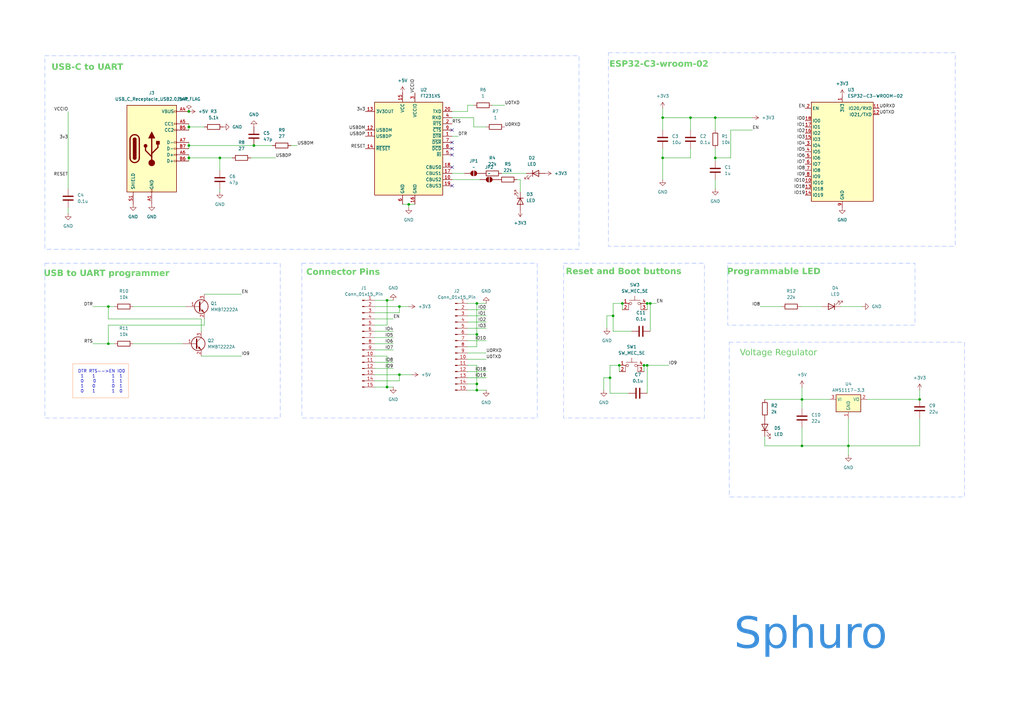
<source format=kicad_sch>
(kicad_sch (version 20231120) (generator "eeschema") (generator_version "8.0")
  (paper "A3")
  (title_block (title "Risk 5 based development board") (date "7/01/25"))
  (lib_symbols
    (symbol "Connector:Conn_01x15_Pin" (pin_names (offset 1.016) hide)
      (property "Reference" "J" (at 0 20.32 0))
      (property "Value" "Conn_01x15_Pin" (at 0 -20.32 0))
      (symbol "Conn_01x15_Pin_1_1"
        (polyline (pts (xy 1.27 -17.78) (xy 0.8636 -17.78)) (stroke (width 0.1524)))
        (polyline (pts (xy 1.27 -15.24) (xy 0.8636 -15.24)) (stroke (width 0.1524)))
        (polyline (pts (xy 1.27 -12.7) (xy 0.8636 -12.7)) (stroke (width 0.1524)))
        (polyline (pts (xy 1.27 -10.16) (xy 0.8636 -10.16)) (stroke (width 0.1524)))
        (polyline (pts (xy 1.27 -7.62) (xy 0.8636 -7.62)) (stroke (width 0.1524)))
        (polyline (pts (xy 1.27 -5.08) (xy 0.8636 -5.08)) (stroke (width 0.1524)))
        (polyline (pts (xy 1.27 -2.54) (xy 0.8636 -2.54)) (stroke (width 0.1524)))
        (polyline (pts (xy 1.27 0) (xy 0.8636 0)) (stroke (width 0.1524)))
        (polyline (pts (xy 1.27 2.54) (xy 0.8636 2.54)) (stroke (width 0.1524)))
        (polyline (pts (xy 1.27 5.08) (xy 0.8636 5.08)) (stroke (width 0.1524)))
        (polyline (pts (xy 1.27 7.62) (xy 0.8636 7.62)) (stroke (width 0.1524)))
        (polyline (pts (xy 1.27 10.16) (xy 0.8636 10.16)) (stroke (width 0.1524)))
        (polyline (pts (xy 1.27 12.7) (xy 0.8636 12.7)) (stroke (width 0.1524)))
        (polyline (pts (xy 1.27 15.24) (xy 0.8636 15.24)) (stroke (width 0.1524)))
        (polyline (pts (xy 1.27 17.78) (xy 0.8636 17.78)) (stroke (width 0.1524)))
        (rectangle (start 0.8636 -17.653) (end 0 -17.907) (stroke (width 0.1524)) (fill (type outline)))
        (rectangle (start 0.8636 -15.113) (end 0 -15.367) (stroke (width 0.1524)) (fill (type outline)))
        (rectangle (start 0.8636 -12.573) (end 0 -12.827) (stroke (width 0.1524)) (fill (type outline)))
        (rectangle (start 0.8636 -10.033) (end 0 -10.287) (stroke (width 0.1524)) (fill (type outline)))
        (rectangle (start 0.8636 -7.493) (end 0 -7.747) (stroke (width 0.1524)) (fill (type outline)))
        (rectangle (start 0.8636 -4.953) (end 0 -5.207) (stroke (width 0.1524)) (fill (type outline)))
        (rectangle (start 0.8636 -2.413) (end 0 -2.667) (stroke (width 0.1524)) (fill (type outline)))
        (rectangle (start 0.8636 0.127) (end 0 -0.127) (stroke (width 0.1524)) (fill (type outline)))
        (rectangle (start 0.8636 2.667) (end 0 2.413) (stroke (width 0.1524)) (fill (type outline)))
        (rectangle (start 0.8636 5.207) (end 0 4.953) (stroke (width 0.1524)) (fill (type outline)))
        (rectangle (start 0.8636 7.747) (end 0 7.493) (stroke (width 0.1524)) (fill (type outline)))
        (rectangle (start 0.8636 10.287) (end 0 10.033) (stroke (width 0.1524)) (fill (type outline)))
        (rectangle (start 0.8636 12.827) (end 0 12.573) (stroke (width 0.1524)) (fill (type outline)))
        (rectangle (start 0.8636 15.367) (end 0 15.113) (stroke (width 0.1524)) (fill (type outline)))
        (rectangle (start 0.8636 17.907) (end 0 17.653) (stroke (width 0.1524)) (fill (type outline)))
        (pin passive line (at 5.08 17.78 180) (length 3.81) (name "Pin_1") (number "1"))
        (pin passive line (at 5.08 -5.08 180) (length 3.81) (name "Pin_10") (number "10"))
        (pin passive line (at 5.08 -7.62 180) (length 3.81) (name "Pin_11") (number "11"))
        (pin passive line (at 5.08 -10.16 180) (length 3.81) (name "Pin_12") (number "12"))
        (pin passive line (at 5.08 -12.7 180) (length 3.81) (name "Pin_13") (number "13"))
        (pin passive line (at 5.08 -15.24 180) (length 3.81) (name "Pin_14") (number "14"))
        (pin passive line (at 5.08 -17.78 180) (length 3.81) (name "Pin_15") (number "15"))
        (pin passive line (at 5.08 15.24 180) (length 3.81) (name "Pin_2") (number "2"))
        (pin passive line (at 5.08 12.7 180) (length 3.81) (name "Pin_3") (number "3"))
        (pin passive line (at 5.08 10.16 180) (length 3.81) (name "Pin_4") (number "4"))
        (pin passive line (at 5.08 7.62 180) (length 3.81) (name "Pin_5") (number "5"))
        (pin passive line (at 5.08 5.08 180) (length 3.81) (name "Pin_6") (number "6"))
        (pin passive line (at 5.08 2.54 180) (length 3.81) (name "Pin_7") (number "7"))
        (pin passive line (at 5.08 0 180) (length 3.81) (name "Pin_8") (number "8"))
        (pin passive line (at 5.08 -2.54 180) (length 3.81) (name "Pin_9") (number "9"))
      )
    )
    (symbol "Connector:USB_C_Receptacle_USB2.0_14P" (pin_names (offset 1.016))
      (property "Reference" "J" (at 0 22.225 0))
      (property "Value" "USB_C_Receptacle_USB2.0_14P" (at 0 19.685 0))
      (symbol "USB_C_Receptacle_USB2.0_14P_0_0"
        (rectangle (start -0.254 -17.78) (end 0.254 -16.764))
        (rectangle (start 10.16 -4.826) (end 9.144 -5.334))
        (rectangle (start 10.16 -2.286) (end 9.144 -2.794))
        (rectangle (start 10.16 0.254) (end 9.144 -0.254))
        (rectangle (start 10.16 2.794) (end 9.144 2.286))
        (rectangle (start 10.16 7.874) (end 9.144 7.366))
        (rectangle (start 10.16 10.414) (end 9.144 9.906))
        (rectangle (start 10.16 15.494) (end 9.144 14.986))
      )
      (symbol "USB_C_Receptacle_USB2.0_14P_0_1"
        (rectangle (start -10.16 17.78) (end 10.16 -17.78) (stroke (width 0.254)) (fill (type background)))
        (arc (start -8.89 -3.81) (mid -6.985 -5.7067) (end -5.08 -3.81) (stroke (width 0.508)))
        (arc (start -7.62 -3.81) (mid -6.985 -4.4423) (end -6.35 -3.81) (stroke (width 0.254)))
        (arc (start -7.62 -3.81) (mid -6.985 -4.4423) (end -6.35 -3.81) (stroke (width 0.254)) (fill (type outline)))
        (rectangle (start -7.62 -3.81) (end -6.35 3.81) (stroke (width 0.254)) (fill (type outline)))
        (arc (start -6.35 3.81) (mid -6.985 4.4423) (end -7.62 3.81) (stroke (width 0.254)))
        (arc (start -6.35 3.81) (mid -6.985 4.4423) (end -7.62 3.81) (stroke (width 0.254)) (fill (type outline)))
        (arc (start -5.08 3.81) (mid -6.985 5.7067) (end -8.89 3.81) (stroke (width 0.508)))
        (circle (center -2.54 1.143) (radius 0.635) (stroke (width 0.254)) (fill (type outline)))
        (circle (center 0 -5.842) (radius 1.27) (fill (type outline)))
        (polyline (pts (xy -8.89 -3.81) (xy -8.89 3.81)) (stroke (width 0.508)))
        (polyline (pts (xy -5.08 3.81) (xy -5.08 -3.81)) (stroke (width 0.508)))
        (polyline (pts (xy 0 -5.842) (xy 0 4.318)) (stroke (width 0.508)))
        (polyline (pts (xy 0 -3.302) (xy -2.54 -0.762) (xy -2.54 0.508)) (stroke (width 0.508)))
        (polyline (pts (xy 0 -2.032) (xy 2.54 0.508) (xy 2.54 1.778)) (stroke (width 0.508)))
        (polyline (pts (xy -1.27 4.318) (xy 0 6.858) (xy 1.27 4.318) (xy -1.27 4.318)) (stroke (width 0.254)) (fill (type outline)))
        (rectangle (start 1.905 1.778) (end 3.175 3.048) (stroke (width 0.254)) (fill (type outline)))
      )
      (symbol "USB_C_Receptacle_USB2.0_14P_1_1"
        (pin passive line (at 0 -22.86 90) (length 5.08) (name "GND") (number "A1"))
        (pin passive line (at 0 -22.86 90) (length 5.08) hide (name "GND") (number "A12"))
        (pin passive line (at 15.24 15.24 180) (length 5.08) (name "VBUS") (number "A4"))
        (pin bidirectional line (at 15.24 10.16 180) (length 5.08) (name "CC1") (number "A5"))
        (pin bidirectional line (at 15.24 -2.54 180) (length 5.08) (name "D+") (number "A6"))
        (pin bidirectional line (at 15.24 2.54 180) (length 5.08) (name "D-") (number "A7"))
        (pin passive line (at 15.24 15.24 180) (length 5.08) hide (name "VBUS") (number "A9"))
        (pin passive line (at 0 -22.86 90) (length 5.08) hide (name "GND") (number "B1"))
        (pin passive line (at 0 -22.86 90) (length 5.08) hide (name "GND") (number "B12"))
        (pin passive line (at 15.24 15.24 180) (length 5.08) hide (name "VBUS") (number "B4"))
        (pin bidirectional line (at 15.24 7.62 180) (length 5.08) (name "CC2") (number "B5"))
        (pin bidirectional line (at 15.24 -5.08 180) (length 5.08) (name "D+") (number "B6"))
        (pin bidirectional line (at 15.24 0 180) (length 5.08) (name "D-") (number "B7"))
        (pin passive line (at 15.24 15.24 180) (length 5.08) hide (name "VBUS") (number "B9"))
        (pin passive line (at -7.62 -22.86 90) (length 5.08) (name "SHIELD") (number "S1"))
      )
    )
    (symbol "Device:C" (pin_numbers hide) (pin_names (offset 0.254))
      (property "Reference" "C" (at 0.635 2.54 0))
      (property "Value" "C" (at 0.635 -2.54 0))
      (symbol "C_0_1"
        (polyline (pts (xy -2.032 -0.762) (xy 2.032 -0.762)) (stroke (width 0.508)))
        (polyline (pts (xy -2.032 0.762) (xy 2.032 0.762)) (stroke (width 0.508)))
      )
      (symbol "C_1_1"
        (pin passive line (at 0 3.81 270) (length 2.794) (name "~") (number "1"))
        (pin passive line (at 0 -3.81 90) (length 2.794) (name "~") (number "2"))
      )
    )
    (symbol "Device:LED" (pin_numbers hide) (pin_names (offset 1.016) hide)
      (property "Reference" "D" (at 0 2.54 0))
      (property "Value" "LED" (at 0 -2.54 0))
      (symbol "LED_0_1"
        (polyline (pts (xy -1.27 -1.27) (xy -1.27 1.27)) (stroke (width 0.254)))
        (polyline (pts (xy -1.27 0) (xy 1.27 0)))
        (polyline (pts (xy 1.27 -1.27) (xy 1.27 1.27) (xy -1.27 0) (xy 1.27 -1.27)) (stroke (width 0.254)))
        (polyline (pts (xy -3.048 -0.762) (xy -4.572 -2.286) (xy -3.81 -2.286) (xy -4.572 -2.286) (xy -4.572 -1.524)))
        (polyline (pts (xy -1.778 -0.762) (xy -3.302 -2.286) (xy -2.54 -2.286) (xy -3.302 -2.286) (xy -3.302 -1.524)))
      )
      (symbol "LED_1_1"
        (pin passive line (at -3.81 0 0) (length 2.54) (name "K") (number "1"))
        (pin passive line (at 3.81 0 180) (length 2.54) (name "A") (number "2"))
      )
    )
    (symbol "Device:R" (pin_numbers hide) (pin_names (offset 0))
      (property "Reference" "R" (at 2.032 0 90))
      (property "Value" "R" (at 0 0 90))
      (symbol "R_0_1"
        (rectangle (start -1.016 -2.54) (end 1.016 2.54) (stroke (width 0.254)))
      )
      (symbol "R_1_1"
        (pin passive line (at 0 3.81 270) (length 1.27) (name "~") (number "1"))
        (pin passive line (at 0 -3.81 90) (length 1.27) (name "~") (number "2"))
      )
    )
    (symbol "Interface_USB:FT231XS"
      (property "Reference" "U" (at -13.97 20.32 0))
      (property "Value" "FT231XS" (at 7.62 20.32 0))
      (symbol "FT231XS_0_1"
        (rectangle (start -13.97 19.05) (end 13.97 -19.05) (stroke (width 0.254)) (fill (type background)))
      )
      (symbol "FT231XS_1_1"
        (pin output line (at 17.78 5.08 180) (length 3.81) (name "~{DTR}") (number "1"))
        (pin bidirectional line (at 17.78 -12.7 180) (length 3.81) (name "CBUS2") (number "10"))
        (pin bidirectional line (at -17.78 5.08 0) (length 3.81) (name "USBDP") (number "11"))
        (pin bidirectional line (at -17.78 7.62 0) (length 3.81) (name "USBDM") (number "12"))
        (pin power_out line (at -17.78 15.24 0) (length 3.81) (name "3V3OUT") (number "13"))
        (pin input line (at -17.78 0 0) (length 3.81) (name "~{RESET}") (number "14"))
        (pin power_in line (at -2.54 22.86 270) (length 3.81) (name "VCC") (number "15"))
        (pin power_in line (at 2.54 -22.86 90) (length 3.81) (name "GND") (number "16"))
        (pin bidirectional line (at 17.78 -10.16 180) (length 3.81) (name "CBUS1") (number "17"))
        (pin bidirectional line (at 17.78 -7.62 180) (length 3.81) (name "CBUS0") (number "18"))
        (pin bidirectional line (at 17.78 -15.24 180) (length 3.81) (name "CBUS3") (number "19"))
        (pin output line (at 17.78 10.16 180) (length 3.81) (name "~{RTS}") (number "2"))
        (pin output line (at 17.78 15.24 180) (length 3.81) (name "TXD") (number "20"))
        (pin power_in line (at 2.54 22.86 270) (length 3.81) (name "VCCIO") (number "3"))
        (pin input line (at 17.78 12.7 180) (length 3.81) (name "RXD") (number "4"))
        (pin input line (at 17.78 -2.54 180) (length 3.81) (name "~{RI}") (number "5"))
        (pin power_in line (at -2.54 -22.86 90) (length 3.81) (name "GND") (number "6"))
        (pin input line (at 17.78 2.54 180) (length 3.81) (name "~{DSR}") (number "7"))
        (pin input line (at 17.78 0 180) (length 3.81) (name "~{DCD}") (number "8"))
        (pin input line (at 17.78 7.62 180) (length 3.81) (name "~{CTS}") (number "9"))
      )
    )
    (symbol "Jumper:SolderJumper_2_Open" (pin_numbers hide) (pin_names (offset 0) hide) (exclude_from_sim yes) (in_bom no)
      (property "Reference" "JP" (at 0 2.032 0))
      (property "Value" "SolderJumper_2_Open" (at 0 -2.54 0))
      (symbol "SolderJumper_2_Open_0_1"
        (arc (start -0.254 1.016) (mid -1.2656 0) (end -0.254 -1.016))
        (arc (start -0.254 1.016) (mid -1.2656 0) (end -0.254 -1.016) (fill (type outline)))
        (polyline (pts (xy -0.254 1.016) (xy -0.254 -1.016)))
        (polyline (pts (xy 0.254 1.016) (xy 0.254 -1.016)))
        (arc (start 0.254 -1.016) (mid 1.2656 0) (end 0.254 1.016))
        (arc (start 0.254 -1.016) (mid 1.2656 0) (end 0.254 1.016) (fill (type outline)))
      )
      (symbol "SolderJumper_2_Open_1_1"
        (pin passive line (at -3.81 0 0) (length 2.54) (name "A") (number "1"))
        (pin passive line (at 3.81 0 180) (length 2.54) (name "B") (number "2"))
      )
    )
    (symbol "RF_Module:ESP32-C3-WROOM-02"
      (property "Reference" "U" (at -12.192 21.336 0))
      (property "Value" "ESP32-C3-WROOM-02" (at 12.192 21.336 0))
      (symbol "ESP32-C3-WROOM-02_1_1"
        (rectangle (start -12.7 20.32) (end 12.7 -20.32) (stroke (width 0.254)) (fill (type background)))
        (pin power_in line (at 0 22.86 270) (length 2.54) (name "3V3") (number "1"))
        (pin bidirectional line (at -15.24 -12.7 0) (length 2.54) (name "IO10") (number "10"))
        (pin bidirectional line (at 15.24 17.78 180) (length 2.54) (name "IO20/RXD") (number "11"))
        (pin bidirectional line (at 15.24 15.24 180) (length 2.54) (name "IO21/TXD") (number "12"))
        (pin bidirectional line (at -15.24 -15.24 0) (length 2.54) (name "IO18") (number "13"))
        (pin bidirectional line (at -15.24 -17.78 0) (length 2.54) (name "IO19") (number "14"))
        (pin bidirectional line (at -15.24 5.08 0) (length 2.54) (name "IO3") (number "15"))
        (pin bidirectional line (at -15.24 7.62 0) (length 2.54) (name "IO2") (number "16"))
        (pin bidirectional line (at -15.24 10.16 0) (length 2.54) (name "IO1") (number "17"))
        (pin bidirectional line (at -15.24 12.7 0) (length 2.54) (name "IO0") (number "18"))
        (pin passive line (at 0 -22.86 90) (length 2.54) hide (name "GND") (number "19"))
        (pin input line (at -15.24 17.78 0) (length 2.54) (name "EN") (number "2"))
        (pin bidirectional line (at -15.24 2.54 0) (length 2.54) (name "IO4") (number "3"))
        (pin bidirectional line (at -15.24 0 0) (length 2.54) (name "IO5") (number "4"))
        (pin bidirectional line (at -15.24 -2.54 0) (length 2.54) (name "IO6") (number "5"))
        (pin bidirectional line (at -15.24 -5.08 0) (length 2.54) (name "IO7") (number "6"))
        (pin bidirectional line (at -15.24 -7.62 0) (length 2.54) (name "IO8") (number "7"))
        (pin bidirectional line (at -15.24 -10.16 0) (length 2.54) (name "IO9") (number "8"))
        (pin power_in line (at 0 -22.86 90) (length 2.54) (name "GND") (number "9"))
      )
    )
    (symbol "Regulator_Linear:AMS1117-3.3"
      (property "Reference" "U" (at -3.81 3.175 0))
      (property "Value" "AMS1117-3.3" (at 0 3.175 0))
      (symbol "AMS1117-3.3_0_1"
        (rectangle (start -5.08 -5.08) (end 5.08 1.905) (stroke (width 0.254)) (fill (type background)))
      )
      (symbol "AMS1117-3.3_1_1"
        (pin power_in line (at 0 -7.62 90) (length 2.54) (name "GND") (number "1"))
        (pin power_out line (at 7.62 0 180) (length 2.54) (name "VO") (number "2"))
        (pin power_in line (at -7.62 0 0) (length 2.54) (name "VI") (number "3"))
      )
    )
    (symbol "Switch:SW_MEC_5E" (pin_names (offset 1.016) hide)
      (property "Reference" "SW" (at 0.635 5.715 0))
      (property "Value" "SW_MEC_5E" (at 0 -3.175 0))
      (symbol "SW_MEC_5E_0_1"
        (circle (center -1.778 2.54) (radius 0.508))
        (polyline (pts (xy -2.286 3.81) (xy 2.286 3.81)))
        (polyline (pts (xy 0 3.81) (xy 0 5.588)))
        (polyline (pts (xy -2.54 0) (xy -2.54 2.54) (xy -2.286 2.54)))
        (polyline (pts (xy 2.54 0) (xy 2.54 2.54) (xy 2.286 2.54)))
        (circle (center 1.778 2.54) (radius 0.508))
        (pin passive line (at -5.08 2.54 0) (length 2.54) (name "1") (number "1"))
        (pin passive line (at -5.08 0 0) (length 2.54) (name "2") (number "2"))
        (pin passive line (at 5.08 0 180) (length 2.54) (name "K") (number "3"))
        (pin passive line (at 5.08 2.54 180) (length 2.54) (name "A") (number "4"))
      )
    )
    (symbol "Transistor_BJT:MMBT2222A" (pin_names (offset 0) hide)
      (property "Reference" "Q" (at 5.08 1.905 0))
      (property "Value" "MMBT2222A" (at 5.08 0 0))
      (symbol "MMBT2222A_0_1"
        (polyline (pts (xy 0.635 0.635) (xy 2.54 2.54)))
        (polyline (pts (xy 0.635 -0.635) (xy 2.54 -2.54) (xy 2.54 -2.54)))
        (polyline (pts (xy 0.635 1.905) (xy 0.635 -1.905) (xy 0.635 -1.905)) (stroke (width 0.508)))
        (polyline (pts (xy 1.27 -1.778) (xy 1.778 -1.27) (xy 2.286 -2.286) (xy 1.27 -1.778) (xy 1.27 -1.778)) (fill (type outline)))
        (circle (center 1.27 0) (radius 2.8194) (stroke (width 0.254)))
      )
      (symbol "MMBT2222A_1_1"
        (pin input line (at -5.08 0 0) (length 5.715) (name "B") (number "1"))
        (pin passive line (at 2.54 -5.08 90) (length 2.54) (name "E") (number "2"))
        (pin passive line (at 2.54 5.08 270) (length 2.54) (name "C") (number "3"))
      )
    )
    (symbol "power:+3V3" (power) (pin_numbers hide) (pin_names (offset 0) hide)
      (property "Value" "+3V3" (at 0 3.556 0))
      (symbol "+3V3_0_1"
        (polyline (pts (xy -0.762 1.27) (xy 0 2.54)))
        (polyline (pts (xy 0 0) (xy 0 2.54)))
        (polyline (pts (xy 0 2.54) (xy 0.762 1.27)))
      )
      (symbol "+3V3_1_1"
        (pin power_in line (at 0 0 90) (length 0) (name "~") (number "1"))
      )
    )
    (symbol "power:+5V" (power) (pin_numbers hide) (pin_names (offset 0) hide)
      (property "Value" "+5V" (at 0 3.556 0))
      (symbol "+5V_0_1"
        (polyline (pts (xy -0.762 1.27) (xy 0 2.54)))
        (polyline (pts (xy 0 0) (xy 0 2.54)))
        (polyline (pts (xy 0 2.54) (xy 0.762 1.27)))
      )
      (symbol "+5V_1_1"
        (pin power_in line (at 0 0 90) (length 0) (name "~") (number "1"))
      )
    )
    (symbol "power:GND" (power) (pin_numbers hide) (pin_names (offset 0) hide)
      (property "Value" "GND" (at 0 -3.81 0))
      (symbol "GND_0_1"
        (polyline (pts (xy 0 0) (xy 0 -1.27) (xy 1.27 -1.27) (xy 0 -2.54) (xy -1.27 -1.27) (xy 0 -1.27)))
      )
      (symbol "GND_1_1"
        (pin power_in line (at 0 0 270) (length 0) (name "~") (number "1"))
      )
    )
    (symbol "power:PWR_FLAG" (power) (pin_numbers hide) (pin_names (offset 0) hide)
      (property "Value" "PWR_FLAG" (at 0 3.81 0))
      (symbol "PWR_FLAG_0_0"
        (pin power_out line (at 0 0 90) (length 0) (name "~") (number "1"))
      )
      (symbol "PWR_FLAG_0_1"
        (polyline (pts (xy 0 0) (xy 0 1.27) (xy -1.016 1.905) (xy 0 2.54) (xy 1.016 1.905) (xy 0 1.27)))
      )
    )
  )
  (junction (at 266.7 124.46))
  (junction (at 251.46 129.54))
  (junction (at 255.27 124.46))
  (junction (at 77.47 52.07))
  (junction (at 163.83 125.73))
  (junction (at 195.58 157.48))
  (junction (at 328.93 163.83))
  (junction (at 347.98 182.88))
  (junction (at 250.19 154.94))
  (junction (at 77.47 45.72))
  (junction (at 293.37 48.26))
  (junction (at 271.78 48.26))
  (junction (at 328.93 182.88))
  (junction (at 104.14 59.69))
  (junction (at 293.37 64.77))
  (junction (at 264.16 149.86))
  (junction (at 158.75 123.19))
  (junction (at 195.58 137.16))
  (junction (at 254 149.86))
  (junction (at 77.47 59.69))
  (junction (at 195.58 160.02))
  (junction (at 167.64 83.82))
  (junction (at 265.43 149.86))
  (junction (at 265.43 124.46))
  (junction (at 377.19 163.83))
  (junction (at 77.47 64.77))
  (junction (at 271.78 64.77))
  (junction (at 90.17 64.77))
  (junction (at 195.58 124.46))
  (junction (at 44.45 125.73))
  (junction (at 158.75 158.75))
  (junction (at 44.45 140.97))
  (junction (at 283.21 48.26))
  (junction (at 163.83 153.67))
  (no_connect (at 185.42 58.42))
  (no_connect (at 185.42 60.96))
  (no_connect (at 185.42 76.2))
  (no_connect (at 185.42 53.34))
  (no_connect (at 185.42 68.58))
  (no_connect (at 185.42 63.5))
  (wire (pts (xy 191.77 139.7) (xy 199.39 139.7)))
  (wire (pts (xy 255.27 124.46) (xy 251.46 124.46)))
  (wire (pts (xy 153.67 130.81) (xy 161.29 130.81)))
  (wire (pts (xy 153.67 148.59) (xy 161.29 148.59)))
  (wire (pts (xy 250.19 161.29) (xy 257.81 161.29)))
  (wire (pts (xy 195.58 157.48) (xy 195.58 160.02)))
  (wire (pts (xy 153.67 128.27) (xy 163.83 128.27)))
  (wire (pts (xy 347.98 182.88) (xy 347.98 186.69)))
  (wire (pts (xy 195.58 160.02) (xy 199.39 160.02)))
  (wire (pts (xy 293.37 60.96) (xy 293.37 64.77)))
  (wire (pts (xy 44.45 130.81) (xy 82.55 130.81)))
  (wire (pts (xy 44.45 140.97) (xy 46.99 140.97)))
  (wire (pts (xy 77.47 59.69) (xy 104.14 59.69)))
  (wire (pts (xy 77.47 64.77) (xy 90.17 64.77)))
  (wire (pts (xy 77.47 50.8) (xy 77.47 52.07)))
  (wire (pts (xy 191.77 45.72) (xy 191.77 43.18)))
  (wire (pts (xy 313.69 163.83) (xy 328.93 163.83)))
  (wire (pts (xy 38.1 125.73) (xy 44.45 125.73)))
  (wire (pts (xy 328.93 182.88) (xy 347.98 182.88)))
  (wire (pts (xy 195.58 149.86) (xy 195.58 157.48)))
  (wire (pts (xy 27.94 85.09) (xy 27.94 87.63)))
  (wire (pts (xy 153.67 153.67) (xy 163.83 153.67)))
  (wire (pts (xy 191.77 134.62) (xy 199.39 134.62)))
  (wire (pts (xy 158.75 123.19) (xy 158.75 133.35)))
  (wire (pts (xy 191.77 157.48) (xy 195.58 157.48)))
  (wire (pts (xy 191.77 160.02) (xy 195.58 160.02)))
  (wire (pts (xy 27.94 45.72) (xy 27.94 77.47)))
  (wire (pts (xy 266.7 124.46) (xy 266.7 135.89)))
  (wire (pts (xy 264.16 149.86) (xy 265.43 149.86)))
  (wire (pts (xy 191.77 124.46) (xy 195.58 124.46)))
  (wire (pts (xy 191.77 152.4) (xy 199.39 152.4)))
  (wire (pts (xy 293.37 64.77) (xy 293.37 66.04)))
  (wire (pts (xy 163.83 153.67) (xy 168.91 153.67)))
  (wire (pts (xy 264.16 149.86) (xy 264.16 152.4)))
  (wire (pts (xy 82.55 130.81) (xy 82.55 135.89)))
  (wire (pts (xy 119.38 59.69) (xy 121.92 59.69)))
  (wire (pts (xy 191.77 43.18) (xy 194.31 43.18)))
  (wire (pts (xy 247.65 154.94) (xy 247.65 160.02)))
  (wire (pts (xy 194.31 52.07) (xy 199.39 52.07)))
  (wire (pts (xy 271.78 64.77) (xy 271.78 73.66)))
  (wire (pts (xy 104.14 59.69) (xy 111.76 59.69)))
  (wire (pts (xy 77.47 64.77) (xy 77.47 66.04)))
  (wire (pts (xy 283.21 60.96) (xy 283.21 64.77)))
  (wire (pts (xy 167.64 83.82) (xy 167.64 85.09)))
  (wire (pts (xy 212.09 73.66) (xy 213.36 73.66)))
  (wire (pts (xy 251.46 129.54) (xy 248.92 129.54)))
  (wire (pts (xy 191.77 129.54) (xy 199.39 129.54)))
  (wire (pts (xy 377.19 160.02) (xy 377.19 163.83)))
  (wire (pts (xy 77.47 52.07) (xy 83.82 52.07)))
  (wire (pts (xy 90.17 64.77) (xy 95.25 64.77)))
  (wire (pts (xy 153.67 135.89) (xy 161.29 135.89)))
  (wire (pts (xy 153.67 133.35) (xy 158.75 133.35)))
  (wire (pts (xy 265.43 124.46) (xy 266.7 124.46)))
  (wire (pts (xy 328.295 125.73) (xy 337.185 125.73)))
  (wire (pts (xy 250.19 161.29) (xy 250.19 154.94)))
  (wire (pts (xy 344.805 125.73) (xy 353.695 125.73)))
  (wire (pts (xy 158.75 146.05) (xy 158.75 158.75)))
  (wire (pts (xy 347.98 171.45) (xy 347.98 182.88)))
  (wire (pts (xy 185.42 48.26) (xy 194.31 48.26)))
  (wire (pts (xy 311.785 125.73) (xy 320.675 125.73)))
  (wire (pts (xy 153.67 125.73) (xy 163.83 125.73)))
  (wire (pts (xy 191.77 127) (xy 199.39 127)))
  (wire (pts (xy 163.83 128.27) (xy 163.83 125.73)))
  (wire (pts (xy 191.77 154.94) (xy 199.39 154.94)))
  (wire (pts (xy 265.43 149.86) (xy 265.43 161.29)))
  (wire (pts (xy 271.78 64.77) (xy 283.21 64.77)))
  (wire (pts (xy 165.1 83.82) (xy 167.64 83.82)))
  (wire (pts (xy 190.5 71.12) (xy 185.42 71.12)))
  (wire (pts (xy 191.77 142.24) (xy 195.58 142.24)))
  (wire (pts (xy 185.42 45.72) (xy 191.77 45.72)))
  (wire (pts (xy 54.61 125.73) (xy 76.2 125.73)))
  (wire (pts (xy 328.93 163.83) (xy 328.93 167.64)))
  (wire (pts (xy 265.43 124.46) (xy 265.43 127)))
  (wire (pts (xy 191.77 144.78) (xy 199.39 144.78)))
  (wire (pts (xy 293.37 48.26) (xy 293.37 53.34)))
  (wire (pts (xy 153.67 138.43) (xy 161.29 138.43)))
  (wire (pts (xy 153.67 140.97) (xy 161.29 140.97)))
  (wire (pts (xy 158.75 123.19) (xy 161.29 123.19)))
  (wire (pts (xy 77.47 58.42) (xy 77.47 59.69)))
  (wire (pts (xy 167.64 83.82) (xy 170.18 83.82)))
  (wire (pts (xy 195.58 124.46) (xy 199.39 124.46)))
  (wire (pts (xy 82.55 146.05) (xy 99.06 146.05)))
  (wire (pts (xy 283.21 48.26) (xy 293.37 48.26)))
  (wire (pts (xy 293.37 73.66) (xy 293.37 77.47)))
  (wire (pts (xy 195.58 124.46) (xy 195.58 137.16)))
  (wire (pts (xy 254 149.86) (xy 254 152.4)))
  (wire (pts (xy 271.78 53.34) (xy 271.78 48.26)))
  (wire (pts (xy 271.78 48.26) (xy 283.21 48.26)))
  (wire (pts (xy 77.47 63.5) (xy 77.47 64.77)))
  (wire (pts (xy 83.82 120.65) (xy 99.06 120.65)))
  (wire (pts (xy 191.77 149.86) (xy 195.58 149.86)))
  (wire (pts (xy 158.75 158.75) (xy 161.29 158.75)))
  (wire (pts (xy 163.83 153.67) (xy 163.83 156.21)))
  (wire (pts (xy 250.19 154.94) (xy 247.65 154.94)))
  (wire (pts (xy 293.37 48.26) (xy 308.61 48.26)))
  (wire (pts (xy 153.67 158.75) (xy 158.75 158.75)))
  (wire (pts (xy 44.45 125.73) (xy 46.99 125.73)))
  (wire (pts (xy 44.45 140.97) (xy 44.45 133.35)))
  (wire (pts (xy 90.17 77.47) (xy 90.17 78.74)))
  (wire (pts (xy 313.69 182.88) (xy 328.93 182.88)))
  (wire (pts (xy 201.93 43.18) (xy 207.01 43.18)))
  (wire (pts (xy 266.7 124.46) (xy 269.24 124.46)))
  (wire (pts (xy 248.92 129.54) (xy 248.92 134.62)))
  (wire (pts (xy 44.45 133.35) (xy 83.82 133.35)))
  (wire (pts (xy 153.67 123.19) (xy 158.75 123.19)))
  (wire (pts (xy 90.17 64.77) (xy 90.17 69.85)))
  (wire (pts (xy 205.74 71.12) (xy 215.9 71.12)))
  (wire (pts (xy 185.42 73.66) (xy 196.85 73.66)))
  (wire (pts (xy 271.78 60.96) (xy 271.78 64.77)))
  (wire (pts (xy 255.27 124.46) (xy 255.27 127)))
  (wire (pts (xy 328.93 158.75) (xy 328.93 163.83)))
  (wire (pts (xy 153.67 146.05) (xy 158.75 146.05)))
  (wire (pts (xy 163.83 125.73) (xy 167.64 125.73)))
  (wire (pts (xy 347.98 182.88) (xy 377.19 182.88)))
  (wire (pts (xy 194.31 48.26) (xy 194.31 52.07)))
  (wire (pts (xy 299.72 53.34) (xy 299.72 64.77)))
  (wire (pts (xy 83.82 130.81) (xy 83.82 133.35)))
  (wire (pts (xy 191.77 147.32) (xy 199.39 147.32)))
  (wire (pts (xy 328.93 175.26) (xy 328.93 182.88)))
  (wire (pts (xy 313.69 179.07) (xy 313.69 182.88)))
  (wire (pts (xy 271.78 44.45) (xy 271.78 48.26)))
  (wire (pts (xy 102.87 64.77) (xy 113.03 64.77)))
  (wire (pts (xy 153.67 143.51) (xy 161.29 143.51)))
  (wire (pts (xy 44.45 125.73) (xy 44.45 130.81)))
  (wire (pts (xy 377.19 171.45) (xy 377.19 182.88)))
  (wire (pts (xy 265.43 149.86) (xy 274.32 149.86)))
  (wire (pts (xy 38.1 140.97) (xy 44.45 140.97)))
  (wire (pts (xy 195.58 137.16) (xy 195.58 142.24)))
  (wire (pts (xy 254 149.86) (xy 250.19 149.86)))
  (wire (pts (xy 308.61 53.34) (xy 299.72 53.34)))
  (wire (pts (xy 250.19 149.86) (xy 250.19 154.94)))
  (wire (pts (xy 191.77 132.08) (xy 199.39 132.08)))
  (wire (pts (xy 185.42 55.88) (xy 187.96 55.88)))
  (wire (pts (xy 191.77 137.16) (xy 195.58 137.16)))
  (wire (pts (xy 153.67 151.13) (xy 161.29 151.13)))
  (wire (pts (xy 213.36 73.66) (xy 213.36 78.74)))
  (wire (pts (xy 283.21 48.26) (xy 283.21 53.34)))
  (wire (pts (xy 293.37 64.77) (xy 299.72 64.77)))
  (wire (pts (xy 328.93 163.83) (xy 340.36 163.83)))
  (wire (pts (xy 251.46 135.89) (xy 251.46 129.54)))
  (wire (pts (xy 355.6 163.83) (xy 377.19 163.83)))
  (wire (pts (xy 251.46 135.89) (xy 259.08 135.89)))
  (wire (pts (xy 77.47 52.07) (xy 77.47 53.34)))
  (wire (pts (xy 251.46 124.46) (xy 251.46 129.54)))
  (wire (pts (xy 77.47 59.69) (xy 77.47 60.96)))
  (wire (pts (xy 153.67 156.21) (xy 163.83 156.21)))
  (wire (pts (xy 54.61 140.97) (xy 74.93 140.97)))
  (rectangle (start 29.845 149.225) (end 52.705 163.195) (stroke (width 0) (color 255 160 107 1)))
  (rectangle (start 249.555 21.59) (end 391.795 100.965) (stroke (width 0) (type dash_dot) (color 130 161 255 1)))
  (rectangle (start 18.415 107.95) (end 114.935 171.45) (stroke (width 0) (type dash_dot) (color 130 161 255 1)))
  (rectangle (start 299.085 140.335) (end 395.605 203.835) (stroke (width 0) (type dash_dot) (color 130 161 255 1)))
  (rectangle (start 18.415 22.86) (end 237.49 102.235) (stroke (width 0) (type dash_dot) (color 130 161 255 1)))
  (rectangle (start 298.45 107.95) (end 375.285 133.35) (stroke (width 0) (type dash_dot) (color 130 161 255 1)))
  (rectangle (start 123.825 107.95) (end 220.345 171.45) (stroke (width 0) (type dash_dot) (color 130 161 255 1)))
  (rectangle (start 231.14 107.95) (end 288.925 171.45) (stroke (width 0) (type dash_dot) (color 130 161 255 1)))
  (text "USB-C to UART" (at 35.814 28.448 0) (effects (font (size 2.54 2.54))))
  (text "DTR RTS-->EN IO0\n1 	1 	   1  1\n0    0 	   1  1\n1 	0	   0  1\n0 	1 	   1  0" (at 41.656 156.464 0) (effects (font (size 1.27 1.27))))
  (text "Voltage Regulator" (at 319.278 145.542 0) (effects (font (size 2.54 2.54))))
  (text "Reset and Boot buttons" (at 255.778 112.268 0) (effects (font (size 2.54 2.54))))
  (text "Sphuro" (at 332.486 263.906 0) (effects (font (size 12.7 12.7))))
  (text "Connector Pins" (at 140.716 112.522 0) (effects (font (size 2.54 2.54))))
  (text "ESP32-C3-wroom-02" (at 270.256 27.178 0) (effects (font (size 2.54 2.54))))
  (text "Programmable LED" (at 317.373 112.268 0) (effects (font (size 2.54 2.54))))
  (text "USB to UART programmer" (at 43.688 113.03 0) (effects (font (size 2.54 2.54))))
  (label "IO6" (at 330.2 64.77 180))
  (label "IO18" (at 199.39 152.4 180))
  (label "EN" (at 161.29 130.81 0))
  (label "IO8" (at 311.785 125.73 180))
  (label "VCCIO" (at 27.94 45.72 180))
  (label "IO9" (at 161.29 151.13 180))
  (label "U0TXD" (at 360.68 46.99 0))
  (label "EN" (at 330.2 44.45 180))
  (label "DTR" (at 38.1 125.73 180))
  (label "IO8" (at 330.2 69.85 180))
  (label "USBDM" (at 149.86 53.34 180))
  (label "IO18" (at 330.2 77.47 180))
  (label "EN" (at 308.61 53.34 0))
  (label "IO7" (at 161.29 143.51 180))
  (label "IO10" (at 199.39 139.7 180))
  (label "IO3" (at 330.2 57.15 180))
  (label "3v3" (at 149.86 45.72 180))
  (label "IO6" (at 161.29 140.97 180))
  (label "IO9" (at 274.32 149.86 0))
  (label "USBDM" (at 121.92 59.69 0))
  (label "IO9" (at 99.06 146.05 0))
  (label "U0RXD" (at 207.01 52.07 0))
  (label "U0TXD" (at 207.01 43.18 0))
  (label "IO19" (at 330.2 80.01 180))
  (label "IO0" (at 330.2 49.53 180))
  (label "IO10" (at 330.2 74.93 180))
  (label "IO1" (at 330.2 52.07 180))
  (label "U0RXD" (at 199.39 144.78 0))
  (label "RESET" (at 27.94 72.39 180))
  (label "VCCIO" (at 170.18 38.1 90))
  (label "IO2" (at 330.2 54.61 180))
  (label "EN" (at 269.24 124.46 0))
  (label "IO4" (at 330.2 59.69 180))
  (label "IO19" (at 199.39 154.94 180))
  (label "RTS" (at 185.42 50.8 0))
  (label "IO2" (at 199.39 132.08 180))
  (label "IO7" (at 330.2 67.31 180))
  (label "IO8" (at 161.29 148.59 180))
  (label "IO1" (at 199.39 129.54 180))
  (label "IO5" (at 330.2 62.23 180))
  (label "DTR" (at 187.96 55.88 0))
  (label "USBDP" (at 113.03 64.77 0))
  (label "3v3" (at 27.94 57.15 180))
  (label "U0TXD" (at 199.39 147.32 0))
  (label "EN" (at 99.06 120.65 0))
  (label "IO0" (at 199.39 127 180))
  (label "IO4" (at 161.29 135.89 180))
  (label "USBDP" (at 149.86 55.88 180))
  (label "U0RXD" (at 360.68 44.45 0))
  (label "RESET" (at 149.86 60.96 180))
  (label "RTS" (at 38.1 140.97 180))
  (label "IO5" (at 161.29 138.43 180))
  (label "IO3" (at 199.39 134.62 180))
  (label "IO9" (at 330.2 72.39 180))
  (symbol (lib_id "Interface_USB:FT231XS") (at 167.64 60.96 0) (unit 1)
    (property "Reference" "U2" (at 172.3741 36.83 0) (effects (justify left)))
    (property "Value" "FT231XS" (at 172.3741 39.37 0) (effects (justify left)))
    (property "Footprint" "Package_SO:SSOP-20_3.9x8.7mm_P0.635mm" (effects (hide yes)))
    (property "Datasheet" "https://www.ftdichip.com/Support/Documents/DataSheets/ICs/DS_FT231X.pdf" (effects (hide yes)))
    (property "Description" "Full Speed USB to Full Handshake UART, SSOP-20" (effects (hide yes)))
  )
  (symbol (lib_id "power:GND") (at 161.29 123.19 180) (unit 1)
    (property "Reference" "#PWR025" (effects (hide yes)))
    (property "Value" "GND" (at 161.29 118.11 0))
    (property "Description" "Power symbol creates a global label with name \"GND\" , ground" (effects (hide yes)))
  )
  (symbol (lib_id "Device:R") (at 115.57 59.69 90) (unit 1)
    (property "Reference" "R9" (at 115.57 53.34 90))
    (property "Value" "27" (at 115.57 55.88 90))
    (property "Footprint" "Resistor_SMD:R_0805_2012Metric" (effects (hide yes)))
    (property "Description" "Resistor" (effects (hide yes)))
  )
  (symbol (lib_id "Device:C") (at 104.14 55.88 0) (unit 1)
    (property "Reference" "C5" (at 107.95 54.6099 0) (effects (justify left)))
    (property "Value" "47p" (at 107.95 57.1499 0) (effects (justify left)))
    (property "Footprint" "Capacitor_SMD:C_1206_3216Metric" (effects (hide yes)))
    (property "Description" "Unpolarized capacitor" (effects (hide yes)))
  )
  (symbol (lib_id "power:GND") (at 199.39 124.46 180) (unit 1)
    (property "Reference" "#PWR026" (effects (hide yes)))
    (property "Value" "GND" (at 199.39 119.38 0))
    (property "Description" "Power symbol creates a global label with name \"GND\" , ground" (effects (hide yes)))
  )
  (symbol (lib_id "Device:LED") (at 213.36 82.55 270) (unit 1)
    (property "Reference" "D3" (at 215.9 79.6924 90) (effects (justify left)))
    (property "Value" "LED" (at 215.9 82.2324 90) (effects (justify left)))
    (property "Footprint" "LED_SMD:LED_2010_5025Metric" (effects (hide yes)))
    (property "Description" "Light emitting diode" (effects (hide yes)))
  )
  (symbol (lib_id "Jumper:SolderJumper_2_Open") (at 200.66 73.66 180) (unit 1) (exclude_from_sim yes) (in_bom no)
    (property "Reference" "JP2" (at 200.66 68.58 0))
    (property "Value" "~" (at 200.66 71.12 0))
    (property "Footprint" "Jumper:SolderJumper-2_P1.3mm_Open_RoundedPad1.0x1.5mm" (effects (hide yes)))
    (property "Description" "Solder Jumper, 2-pole, open" (effects (hide yes)))
  )
  (symbol (lib_id "Device:C") (at 293.37 69.85 0) (unit 1)
    (property "Reference" "C1" (at 297.18 68.5799 0) (effects (justify left)))
    (property "Value" "1u" (at 297.18 71.1199 0) (effects (justify left)))
    (property "Footprint" "Capacitor_SMD:C_0805_2012Metric" (effects (hide yes)))
    (property "Description" "Unpolarized capacitor" (effects (hide yes)))
  )
  (symbol (lib_id "Device:R") (at 99.06 64.77 90) (unit 1)
    (property "Reference" "R8" (at 99.06 58.42 90))
    (property "Value" "27" (at 99.06 60.96 90))
    (property "Footprint" "Resistor_SMD:R_0805_2012Metric" (effects (hide yes)))
    (property "Description" "Resistor" (effects (hide yes)))
  )
  (symbol (lib_id "RF_Module:ESP32-C3-WROOM-02") (at 345.44 62.23 0) (unit 1)
    (property "Reference" "U3" (at 347.6341 36.83 0) (effects (justify left)))
    (property "Value" "ESP32-C3-WROOM-02" (at 347.6341 39.37 0) (effects (justify left)))
    (property "Footprint" "RF_Module:ESP32-C3-WROOM-02" (effects (hide yes)))
    (property "Datasheet" "https://www.espressif.com/sites/default/files/documentation/esp32-c3-wroom-02_datasheet_en.pdf" (effects (hide yes)))
    (property "Description" "802.11 b/g/n Wi­Fi and Bluetooth 5 module, ESP32­C3 SoC, RISC­V microprocessor, On-board antenna" (effects (hide yes)))
  )
  (symbol (lib_id "power:+3V3") (at 213.36 86.36 180) (unit 1)
    (property "Reference" "#PWR016" (effects (hide yes)))
    (property "Value" "+3V3" (at 213.36 91.44 0))
    (property "Description" "Power symbol creates a global label with name \"+3V3\"" (effects (hide yes)))
  )
  (symbol (lib_id "power:GND") (at 247.65 160.02 0) (unit 1)
    (property "Reference" "#PWR017" (effects (hide yes)))
    (property "Value" "GND" (at 247.65 165.1 0))
    (property "Description" "Power symbol creates a global label with name \"GND\" , ground" (effects (hide yes)))
  )
  (symbol (lib_id "Device:LED") (at 219.71 71.12 0) (unit 1)
    (property "Reference" "D2" (at 218.1225 64.77 0))
    (property "Value" "LED" (at 218.1225 67.31 0))
    (property "Footprint" "LED_SMD:LED_2010_5025Metric" (effects (hide yes)))
    (property "Description" "Light emitting diode" (effects (hide yes)))
  )
  (symbol (lib_id "power:+3V3") (at 377.19 160.02 0) (unit 1)
    (property "Reference" "#PWR022" (effects (hide yes)))
    (property "Value" "+3V3" (at 377.19 154.94 0))
    (property "Description" "Power symbol creates a global label with name \"+3V3\"" (effects (hide yes)))
  )
  (symbol (lib_id "Device:R") (at 198.12 43.18 90) (unit 1)
    (property "Reference" "R6" (at 198.12 36.83 90))
    (property "Value" "1" (at 198.12 39.37 90))
    (property "Footprint" "Resistor_SMD:R_1206_3216Metric" (effects (hide yes)))
    (property "Description" "Resistor" (effects (hide yes)))
  )
  (symbol (lib_id "Jumper:SolderJumper_2_Open") (at 194.31 71.12 0) (unit 1) (exclude_from_sim yes) (in_bom no)
    (property "Reference" "JP1" (at 194.31 66.04 0))
    (property "Value" "~" (at 194.31 68.58 0))
    (property "Footprint" "Jumper:SolderJumper-2_P1.3mm_Open_RoundedPad1.0x1.5mm" (effects (hide yes)))
    (property "Description" "Solder Jumper, 2-pole, open" (effects (hide yes)))
  )
  (symbol (lib_id "Transistor_BJT:MMBT2222A") (at 81.28 125.73 0) (unit 1)
    (property "Reference" "Q1" (at 86.36 124.4599 0) (effects (justify left)))
    (property "Value" "MMBT2222A" (at 86.36 126.9999 0) (effects (justify left)))
    (property "Footprint" "Package_TO_SOT_SMD:SOT-23" (effects (hide yes)))
    (property "Datasheet" "https://assets.nexperia.com/documents/data-sheet/MMBT2222A.pdf" (effects (hide yes)))
    (property "Description" "600mA Ic, 40V Vce, NPN Transistor, SOT-23" (effects (hide yes)))
  )
  (symbol (lib_id "power:GND") (at 54.61 83.82 0) (unit 1)
    (property "Reference" "#PWR09" (effects (hide yes)))
    (property "Value" "GND" (at 54.61 88.9 0))
    (property "Description" "Power symbol creates a global label with name \"GND\" , ground" (effects (hide yes)))
  )
  (symbol (lib_id "Connector:USB_C_Receptacle_USB2.0_14P") (at 62.23 60.96 0) (unit 1)
    (property "Reference" "J3" (at 62.23 38.1 0))
    (property "Value" "USB_C_Receptacle_USB2.0_14P" (at 62.23 40.64 0))
    (property "Footprint" "Connector_USB:USB_C_Receptacle_GCT_USB4105-xx-A_16P_TopMnt_Horizontal" (effects (hide yes)))
    (property "Datasheet" "https://www.usb.org/sites/default/files/documents/usb_type-c.zip" (effects (hide yes)))
    (property "Description" "USB 2.0-only 14P Type-C Receptacle connector" (effects (hide yes)))
  )
  (symbol (lib_id "power:+5V") (at 328.93 158.75 0) (unit 1)
    (property "Reference" "#PWR023" (effects (hide yes)))
    (property "Value" "+5V" (at 328.93 153.67 0))
    (property "Description" "Power symbol creates a global label with name \"+5V\"" (effects (hide yes)))
  )
  (symbol (lib_id "Transistor_BJT:MMBT2222A") (at 80.01 140.97 0) (unit 1)
    (property "Reference" "Q2" (at 85.09 139.6999 0) (effects (justify left)))
    (property "Value" "MMBT2222A" (at 85.09 142.2399 0) (effects (justify left)))
    (property "Footprint" "Package_TO_SOT_SMD:SOT-23" (effects (hide yes)))
    (property "Datasheet" "https://assets.nexperia.com/documents/data-sheet/MMBT2222A.pdf" (effects (hide yes)))
    (property "Description" "600mA Ic, 40V Vce, NPN Transistor, SOT-23" (effects (hide yes)))
  )
  (symbol (lib_id "Device:C") (at 262.89 135.89 90) (unit 1)
    (property "Reference" "C11" (at 262.89 128.27 90))
    (property "Value" "0.1u" (at 262.89 130.81 90))
    (property "Footprint" "Capacitor_SMD:C_0603_1608Metric" (effects (hide yes)))
    (property "Description" "Unpolarized capacitor" (effects (hide yes)))
  )
  (symbol (lib_id "power:GND") (at 199.39 160.02 0) (unit 1)
    (property "Reference" "#PWR030" (effects (hide yes)))
    (property "Value" "GND" (at 199.39 165.1 0))
    (property "Description" "Power symbol creates a global label with name \"GND\" , ground" (effects (hide yes)))
  )
  (symbol (lib_id "Device:C") (at 328.93 171.45 0) (unit 1)
    (property "Reference" "C10" (at 332.74 170.1799 0) (effects (justify left)))
    (property "Value" "22u" (at 332.74 172.7199 0) (effects (justify left)))
    (property "Footprint" "Capacitor_SMD:C_0805_2012Metric" (effects (hide yes)))
    (property "Description" "Unpolarized capacitor" (effects (hide yes)))
  )
  (symbol (lib_id "power:GND") (at 104.14 52.07 180) (unit 1)
    (property "Reference" "#PWR019" (effects (hide yes)))
    (property "Value" "GND" (at 104.14 46.99 0))
    (property "Description" "Power symbol creates a global label with name \"GND\" , ground" (effects (hide yes)))
  )
  (symbol (lib_id "Device:C") (at 261.62 161.29 90) (unit 1)
    (property "Reference" "C7" (at 261.62 153.67 90))
    (property "Value" "0.1u" (at 261.62 156.21 90))
    (property "Footprint" "Capacitor_SMD:C_0603_1608Metric" (effects (hide yes)))
    (property "Description" "Unpolarized capacitor" (effects (hide yes)))
  )
  (symbol (lib_id "power:+5V") (at 168.91 153.67 270) (unit 1)
    (property "Reference" "#PWR029" (effects (hide yes)))
    (property "Value" "+5V" (at 172.72 153.6699 90) (effects (justify left)))
    (property "Description" "Power symbol creates a global label with name \"+5V\"" (effects (hide yes)))
  )
  (symbol (lib_id "Device:C") (at 377.19 167.64 0) (unit 1)
    (property "Reference" "C9" (at 381 166.3699 0) (effects (justify left)))
    (property "Value" "22u" (at 381 168.9099 0) (effects (justify left)))
    (property "Footprint" "Capacitor_SMD:C_0805_2012Metric" (effects (hide yes)))
    (property "Description" "Unpolarized capacitor" (effects (hide yes)))
  )
  (symbol (lib_id "power:+5V") (at 165.1 38.1 0) (unit 1)
    (property "Reference" "#PWR04" (effects (hide yes)))
    (property "Value" "+5V" (at 165.1 33.02 0))
    (property "Description" "Power symbol creates a global label with name \"+5V\"" (effects (hide yes)))
  )
  (symbol (lib_id "power:GND") (at 345.44 85.09 0) (unit 1)
    (property "Reference" "#PWR01" (effects (hide yes)))
    (property "Value" "GND" (at 345.44 90.17 0))
    (property "Description" "Power symbol creates a global label with name \"GND\" , ground" (effects (hide yes)))
  )
  (symbol (lib_id "power:+5V") (at 77.47 45.72 270) (unit 1)
    (property "Reference" "#PWR07" (effects (hide yes)))
    (property "Value" "+5V" (at 81.28 45.7199 90) (effects (justify left)))
    (property "Description" "Power symbol creates a global label with name \"+5V\"" (effects (hide yes)))
  )
  (symbol (lib_id "power:GND") (at 271.78 73.66 0) (unit 1)
    (property "Reference" "#PWR03" (effects (hide yes)))
    (property "Value" "GND" (at 271.78 78.74 0))
    (property "Description" "Power symbol creates a global label with name \"GND\" , ground" (effects (hide yes)))
  )
  (symbol (lib_id "Connector:Conn_01x15_Pin") (at 186.69 142.24 0) (unit 1)
    (property "Reference" "J2" (at 187.325 119.38 0))
    (property "Value" "Conn_01x15_Pin" (at 187.325 121.92 0))
    (property "Footprint" "Connector_PinHeader_2.54mm:PinHeader_1x15_P2.54mm_Vertical" (effects (hide yes)))
    (property "Description" "Generic connector, single row, 01x15, script generated" (effects (hide yes)))
  )
  (symbol (lib_id "power:GND") (at 90.17 78.74 0) (unit 1)
    (property "Reference" "#PWR020" (effects (hide yes)))
    (property "Value" "GND" (at 90.17 83.82 0))
    (property "Description" "Power symbol creates a global label with name \"GND\" , ground" (effects (hide yes)))
  )
  (symbol (lib_id "power:+3V3") (at 271.78 44.45 0) (unit 1)
    (property "Reference" "#PWR012" (effects (hide yes)))
    (property "Value" "+3V3" (at 271.78 39.37 0))
    (property "Description" "Power symbol creates a global label with name \"+3V3\"" (effects (hide yes)))
  )
  (symbol (lib_id "Switch:SW_MEC_5E") (at 260.35 127 0) (unit 1)
    (property "Reference" "SW3" (at 260.35 116.84 0))
    (property "Value" "SW_MEC_5E" (at 260.35 119.38 0))
    (property "Footprint" "sources:SW_1825910-6-4" (effects (hide yes)))
    (property "Datasheet" "http://www.apem.com/int/index.php?controller=attachment&id_attachment=1371" (effects (hide yes)))
    (property "Description" "MEC 5E single pole normally-open tactile switch" (effects (hide yes)))
  )
  (symbol (lib_id "power:GND") (at 62.23 83.82 0) (unit 1)
    (property "Reference" "#PWR08" (effects (hide yes)))
    (property "Value" "GND" (at 62.23 88.9 0))
    (property "Description" "Power symbol creates a global label with name \"GND\" , ground" (effects (hide yes)))
  )
  (symbol (lib_id "power:+3V3") (at 167.64 125.73 270) (unit 1)
    (property "Reference" "#PWR028" (effects (hide yes)))
    (property "Value" "+3V3" (at 171.45 125.7299 90) (effects (justify left)))
    (property "Description" "Power symbol creates a global label with name \"+3V3\"" (effects (hide yes)))
  )
  (symbol (lib_id "power:GND") (at 167.64 85.09 0) (unit 1)
    (property "Reference" "#PWR010" (effects (hide yes)))
    (property "Value" "GND" (at 167.64 90.17 0))
    (property "Description" "Power symbol creates a global label with name \"GND\" , ground" (effects (hide yes)))
  )
  (symbol (lib_id "Device:LED") (at 313.69 175.26 90) (unit 1)
    (property "Reference" "D5" (at 317.5 175.5774 90) (effects (justify right)))
    (property "Value" "LED" (at 317.5 178.1174 90) (effects (justify right)))
    (property "Footprint" "LED_SMD:LED_0805_2012Metric" (effects (hide yes)))
    (property "Description" "Light emitting diode" (effects (hide yes)))
  )
  (symbol (lib_id "power:GND") (at 248.92 134.62 0) (unit 1)
    (property "Reference" "#PWR014" (effects (hide yes)))
    (property "Value" "GND" (at 248.92 139.7 0))
    (property "Description" "Power symbol creates a global label with name \"GND\" , ground" (effects (hide yes)))
  )
  (symbol (lib_id "Switch:SW_MEC_5E") (at 259.08 152.4 0) (unit 1)
    (property "Reference" "SW1" (at 259.08 142.24 0))
    (property "Value" "SW_MEC_5E" (at 259.08 144.78 0))
    (property "Footprint" "sources:SW_1825910-6-4" (effects (hide yes)))
    (property "Datasheet" "http://www.apem.com/int/index.php?controller=attachment&id_attachment=1371" (effects (hide yes)))
    (property "Description" "MEC 5E single pole normally-open tactile switch" (effects (hide yes)))
  )
  (symbol (lib_id "Device:R") (at 50.8 140.97 90) (unit 1)
    (property "Reference" "R11" (at 50.8 134.62 90))
    (property "Value" "10k" (at 50.8 137.16 90))
    (property "Footprint" "Resistor_SMD:R_1206_3216Metric" (effects (hide yes)))
    (property "Description" "Resistor" (effects (hide yes)))
  )
  (symbol (lib_id "Regulator_Linear:AMS1117-3.3") (at 347.98 163.83 0) (unit 1)
    (property "Reference" "U4" (at 347.98 157.48 0))
    (property "Value" "AMS1117-3.3" (at 347.98 160.02 0))
    (property "Footprint" "Package_TO_SOT_SMD:SOT-223-3_TabPin2" (effects (hide yes)))
    (property "Datasheet" "http://www.advanced-monolithic.com/pdf/ds1117.pdf" (effects (hide yes)))
    (property "Description" "1A Low Dropout regulator, positive, 3.3V fixed output, SOT-223" (effects (hide yes)))
  )
  (symbol (lib_id "power:GND") (at 293.37 77.47 0) (unit 1)
    (property "Reference" "#PWR02" (effects (hide yes)))
    (property "Value" "GND" (at 293.37 82.55 0))
    (property "Description" "Power symbol creates a global label with name \"GND\" , ground" (effects (hide yes)))
  )
  (symbol (lib_id "Device:LED") (at 340.995 125.73 180) (unit 1)
    (property "Reference" "D4" (at 342.5825 118.11 0))
    (property "Value" "LED" (at 342.5825 120.65 0))
    (property "Footprint" "LED_SMD:LED_1206_3216Metric" (effects (hide yes)))
    (property "Description" "Light emitting diode" (effects (hide yes)))
  )
  (symbol (lib_id "power:+3V3") (at 223.52 71.12 270) (unit 1)
    (property "Reference" "#PWR015" (effects (hide yes)))
    (property "Value" "+3V3" (at 227.33 71.1199 90) (effects (justify left)))
    (property "Description" "Power symbol creates a global label with name \"+3V3\"" (effects (hide yes)))
  )
  (symbol (lib_id "power:GND") (at 347.98 186.69 0) (unit 1)
    (property "Reference" "#PWR05" (effects (hide yes)))
    (property "Value" "GND" (at 347.98 191.77 0))
    (property "Description" "Power symbol creates a global label with name \"GND\" , ground" (effects (hide yes)))
  )
  (symbol (lib_id "Device:R") (at 313.69 167.64 0) (unit 1)
    (property "Reference" "R2" (at 316.23 166.3699 0) (effects (justify left)))
    (property "Value" "2k" (at 316.23 168.9099 0) (effects (justify left)))
    (property "Footprint" "Resistor_SMD:R_0603_1608Metric" (effects (hide yes)))
    (property "Description" "Resistor" (effects (hide yes)))
  )
  (symbol (lib_id "power:GND") (at 91.44 52.07 90) (unit 1)
    (property "Reference" "#PWR06" (effects (hide yes)))
    (property "Value" "GND" (at 95.25 52.0699 90) (effects (justify right)))
    (property "Description" "Power symbol creates a global label with name \"GND\" , ground" (effects (hide yes)))
  )
  (symbol (lib_id "Device:C") (at 90.17 73.66 0) (unit 1)
    (property "Reference" "C6" (at 93.98 72.3899 0) (effects (justify left)))
    (property "Value" "47p" (at 93.98 74.9299 0) (effects (justify left)))
    (property "Footprint" "Capacitor_SMD:C_1206_3216Metric" (effects (hide yes)))
    (property "Description" "Unpolarized capacitor" (effects (hide yes)))
  )
  (symbol (lib_id "Device:R") (at 324.485 125.73 90) (unit 1)
    (property "Reference" "R12" (at 324.485 119.38 90))
    (property "Value" "22k" (at 324.485 121.92 90))
    (property "Footprint" "Resistor_SMD:R_1206_3216Metric" (effects (hide yes)))
    (property "Description" "Resistor" (effects (hide yes)))
  )
  (symbol (lib_id "Device:C") (at 271.78 57.15 0) (unit 1)
    (property "Reference" "C3" (at 275.59 55.8799 0) (effects (justify left)))
    (property "Value" "10u" (at 275.59 58.4199 0) (effects (justify left)))
    (property "Footprint" "Capacitor_SMD:C_1206_3216Metric" (effects (hide yes)))
    (property "Description" "Unpolarized capacitor" (effects (hide yes)))
  )
  (symbol (lib_id "Device:R") (at 293.37 57.15 0) (unit 1)
    (property "Reference" "R1" (at 295.91 55.8799 0) (effects (justify left)))
    (property "Value" "10k" (at 295.91 58.4199 0) (effects (justify left)))
    (property "Footprint" "Resistor_SMD:R_1206_3216Metric" (effects (hide yes)))
    (property "Description" "Resistor" (effects (hide yes)))
  )
  (symbol (lib_id "Device:R") (at 203.2 52.07 270) (unit 1)
    (property "Reference" "R7" (at 203.2 45.72 90))
    (property "Value" "1" (at 203.2 48.26 90))
    (property "Footprint" "Resistor_SMD:R_1206_3216Metric" (effects (hide yes)))
    (property "Description" "Resistor" (effects (hide yes)))
  )
  (symbol (lib_id "Device:C") (at 27.94 81.28 0) (unit 1)
    (property "Reference" "C4" (at 31.75 80.0099 0) (effects (justify left)))
    (property "Value" "0.1u" (at 31.75 82.5499 0) (effects (justify left)))
    (property "Footprint" "Capacitor_SMD:C_0603_1608Metric" (effects (hide yes)))
    (property "Description" "Unpolarized capacitor" (effects (hide yes)))
  )
  (symbol (lib_id "power:+3V3") (at 308.61 48.26 270) (unit 1)
    (property "Reference" "#PWR013" (effects (hide yes)))
    (property "Value" "+3V3" (at 312.42 48.2599 90) (effects (justify left)))
    (property "Description" "Power symbol creates a global label with name \"+3V3\"" (effects (hide yes)))
  )
  (symbol (lib_id "Device:R") (at 50.8 125.73 90) (unit 1)
    (property "Reference" "R10" (at 50.8 119.38 90))
    (property "Value" "10k" (at 50.8 121.92 90))
    (property "Footprint" "Resistor_SMD:R_1206_3216Metric" (effects (hide yes)))
    (property "Description" "Resistor" (effects (hide yes)))
  )
  (symbol (lib_id "Connector:Conn_01x15_Pin") (at 148.59 140.97 0) (unit 1)
    (property "Reference" "J1" (at 149.225 118.11 0))
    (property "Value" "Conn_01x15_Pin" (at 149.225 120.65 0))
    (property "Footprint" "Connector_PinHeader_2.54mm:PinHeader_1x15_P2.54mm_Vertical" (effects (hide yes)))
    (property "Description" "Generic connector, single row, 01x15, script generated" (effects (hide yes)))
  )
  (symbol (lib_id "power:GND") (at 161.29 158.75 0) (unit 1)
    (property "Reference" "#PWR027" (effects (hide yes)))
    (property "Value" "GND" (at 161.29 163.83 0))
    (property "Description" "Power symbol creates a global label with name \"GND\" , ground" (effects (hide yes)))
  )
  (symbol (lib_id "power:GND") (at 353.695 125.73 90) (unit 1)
    (property "Reference" "#PWR024" (effects (hide yes)))
    (property "Value" "GND" (at 357.505 125.7299 90) (effects (justify right)))
    (property "Description" "Power symbol creates a global label with name \"GND\" , ground" (effects (hide yes)))
  )
  (symbol (lib_id "Device:C") (at 283.21 57.15 0) (unit 1)
    (property "Reference" "C2" (at 287.02 55.8799 0) (effects (justify left)))
    (property "Value" "0.1u" (at 287.02 58.4199 0) (effects (justify left)))
    (property "Footprint" "Capacitor_SMD:C_0603_1608Metric" (effects (hide yes)))
    (property "Description" "Unpolarized capacitor" (effects (hide yes)))
  )
  (symbol (lib_id "power:PWR_FLAG") (at 77.47 45.72 0) (unit 1)
    (property "Reference" "#FLG01" (effects (hide yes)))
    (property "Value" "PWR_FLAG" (at 77.47 40.64 0))
    (property "Description" "Special symbol for telling ERC where power comes from" (effects (hide yes)))
  )
  (symbol (lib_id "power:GND") (at 27.94 87.63 0) (unit 1)
    (property "Reference" "#PWR018" (effects (hide yes)))
    (property "Value" "GND" (at 27.94 92.71 0))
    (property "Description" "Power symbol creates a global label with name \"GND\" , ground" (effects (hide yes)))
  )
  (symbol (lib_id "Device:R") (at 208.28 73.66 90) (unit 1)
    (property "Reference" "R5" (at 208.28 67.31 90))
    (property "Value" "22k" (at 208.28 69.85 90))
    (property "Footprint" "Resistor_SMD:R_1206_3216Metric" (effects (hide yes)))
    (property "Description" "Resistor" (effects (hide yes)))
  )
  (symbol (lib_id "Device:R") (at 87.63 52.07 90) (unit 1)
    (property "Reference" "R3" (at 87.63 45.72 90))
    (property "Value" "5.1k" (at 87.63 48.26 90))
    (property "Footprint" "Resistor_SMD:R_1206_3216Metric" (effects (hide yes)))
    (property "Description" "Resistor" (effects (hide yes)))
  )
  (symbol (lib_id "Device:R") (at 201.93 71.12 90) (unit 1)
    (property "Reference" "R4" (at 201.93 64.77 90))
    (property "Value" "22k" (at 201.93 67.31 90))
    (property "Footprint" "Resistor_SMD:R_1206_3216Metric" (effects (hide yes)))
    (property "Description" "Resistor" (effects (hide yes)))
  )
  (symbol (lib_id "power:+3V3") (at 345.44 39.37 0) (unit 1)
    (property "Reference" "#PWR011" (effects (hide yes)))
    (property "Value" "+3V3" (at 345.44 34.29 0))
    (property "Description" "Power symbol creates a global label with name \"+3V3\"" (effects (hide yes)))
  )
)
</source>
